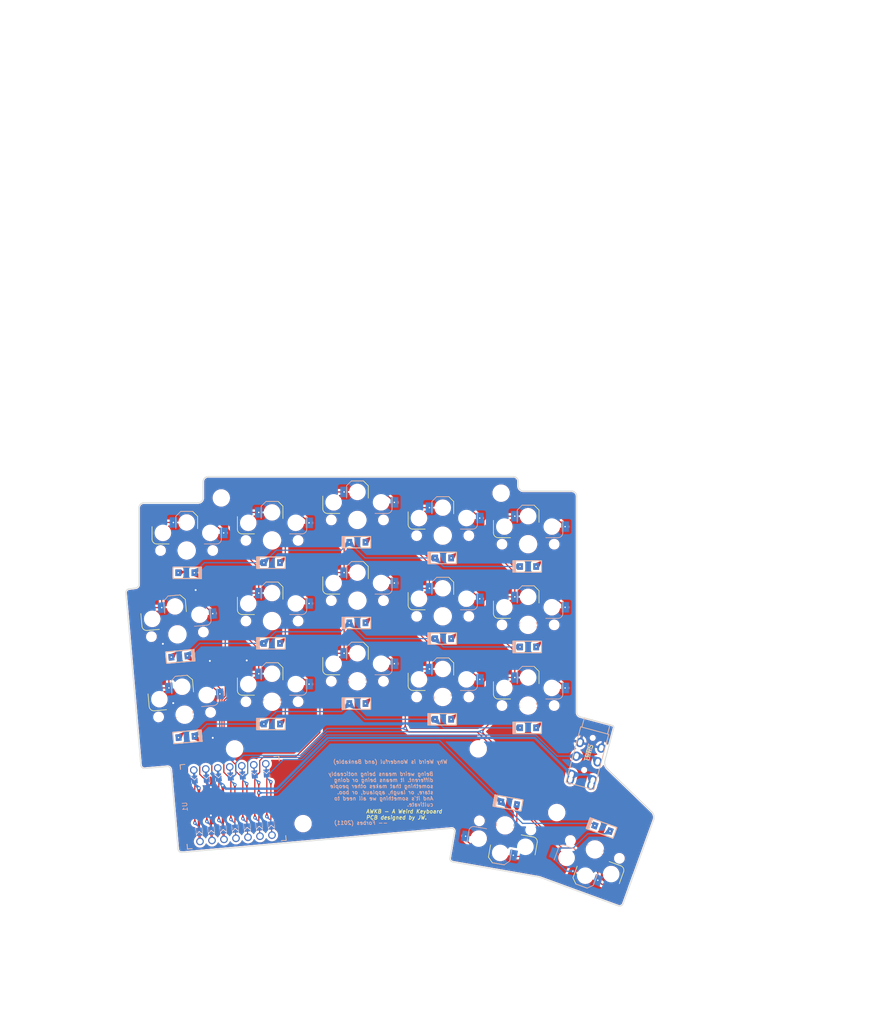
<source format=kicad_pcb>
(kicad_pcb (version 20221018) (generator pcbnew)
  (layers (0 "F.Cu" signal) (31 "B.Cu" signal) (34 "B.Paste" user) (35 "F.Paste" user) (36 "B.SilkS" user "B.Silkscreen") (37 "F.SilkS" user "F.Silkscreen") (38 "B.Mask" user) (39 "F.Mask" user) (44 "Edge.Cuts" user))
  (net 0 "")
  (net 1 "row0")
  (net 2 "row1")
  (net 3 "row2")
  (net 4 "row3")
  (net 5 "Net-(D1-A)")
  (net 6 "Net-(D2-A)")
  (net 7 "Net-(D3-A)")
  (net 8 "Net-(D4-A)")
  (net 9 "Net-(D5-A)")
  (net 10 "Net-(D6-A)")
  (net 11 "GND")
  (net 12 "col0")
  (net 13 "col1")
  (net 14 "col2")
  (net 15 "col3")
  (net 16 "Net-(D7-A)")
  (net 17 "Net-(D8-A)")
  (net 18 "Net-(D9-A)")
  (net 19 "DATA")
  (net 20 "Net-(D10-A)")
  (net 21 "Net-(D11-A)")
  (net 22 "Net-(D12-A)")
  (net 23 "Net-(D13-A)")
  (net 24 "Net-(D14-A)")
  (net 25 "Net-(D15-A)")
  (net 26 "Net-(D16-A)")
  (net 27 "Net-(D17-A)")
  (net 28 "LED")
  (net 29 "RAW")
  (net 30 "col4")
  (net 31 "VCC")
  (footprint "jw_custom_footprint:Kailh_Choc_PG1350_Hotswap_reversible" (layer "F.Cu") (at 130.113328 107.786994)
    (fp_text reference "SW12" hide)
    (fp_text value "SW12" hide)
  )
  (footprint "jw_custom_footprint:Diode_SOD123_wo_THT" (layer "F.Cu") (at 166.19 111.488)
    (fp_text reference "D14")
    (fp_text value "D")
  )
  (footprint "jw_custom_footprint:Kailh_Choc_PG1350_Hotswap_reversible" (layer "F.Cu") (at 130.113328 90.787394)
    (fp_text reference "SW7" hide)
    (fp_text value "SW7" hide)
  )
  (footprint "MountingHole:MountingHole_3.2mm_M3" (layer "F.Cu") (at 178.4218 63.833186)
    (fp_text reference "TH1" hide)
    (fp_text value "HOLE")
  )
  (footprint "jw_custom_footprint:Diode_SOD123_wo_THT" (layer "F.Cu") (at 166.19 94.4876)
    (fp_text reference "D9")
    (fp_text value "D")
  )
  (footprint "jw_custom_footprint:Kailh_Choc_PG1350_Hotswap_reversible" (layer "F.Cu") (at 179.259917 133.849177 170)
    (fp_text reference "SW16" hide)
    (fp_text value "SW16" hide)
  )
  (footprint "jw_custom_footprint:Kailh_Choc_PG1350_Hotswap_reversible" (layer "F.Cu") (at 112.113128 75.911104)
    (fp_text reference "SW1" hide)
    (fp_text value "SW1" hide)
  )
  (footprint "jw_custom_footprint:Kailh_Choc_PG1350_Hotswap_reversible" (layer "F.Cu") (at 110.163412 93.585141 5)
    (fp_text reference "SW6" hide)
    (fp_text value "SW6" hide)
  )
  (footprint "jw_custom_footprint:Diode_SOD123_wo_THT" (layer "F.Cu") (at 130.09 112.4874)
    (fp_text reference "D12" hide)
    (fp_text value "D")
  )
  (footprint "jw_custom_footprint:Diode_SOD123_wo_THT" (layer "F.Cu") (at 166.19 77.48764)
    (fp_text reference "D4")
    (fp_text value "D")
  )
  (footprint "MountingHole:MountingHole_3.2mm_M3" (layer "F.Cu") (at 173.5958 117.731986)
    (fp_text reference "TH4" hide)
    (fp_text value "HOLE")
  )
  (footprint "jw_custom_footprint:Diode_SOD123_wo_THT" (layer "F.Cu") (at 184.113 96.243586)
    (fp_text reference "D10")
    (fp_text value "D")
  )
  (footprint "jw_custom_footprint:Diode_SOD123_wo_THT" (layer "F.Cu") (at 148.113102 74.17744)
    (fp_text reference "D3")
    (fp_text value "D")
  )
  (footprint "jw_custom_footprint:Diode_SOD123_wo_THT" (layer "F.Cu") (at 184.113 113.287)
    (fp_text reference "D15")
    (fp_text value "D")
  )
  (footprint "MountingHole:MountingHole_3.2mm_M3" (layer "F.Cu") (at 136.6642 133.479986)
    (fp_text reference "TH3" hide)
    (fp_text value "HOLE")
  )
  (footprint "jw_custom_footprint:Kailh_Choc_PG1350_Hotswap_reversible" (layer "F.Cu") (at 198.196291 138.914075 160)
    (fp_text reference "SW17" hide)
    (fp_text value "SW17" hide)
  )
  (footprint "jw_custom_footprint:Xiao THT jumper pad_flipped" (layer "F.Cu") (at 121.696502 129.05677 95)
    (fp_text reference "U1" hide)
    (fp_text value "SeeeduinoXIAO")
  )
  (footprint "jw_custom_footprint:Diode_SOD123_wo_THT" (layer "F.Cu") (at 184.113 79.2872)
    (fp_text reference "D5")
    (fp_text value "D")
  )
  (footprint "jw_custom_footprint:Kailh_Choc_PG1350_Hotswap_reversible" (layer "F.Cu") (at 148.112728 103.477194)
    (fp_text reference "SW13" hide)
    (fp_text value "SW13" hide)
  )
  (footprint "MountingHole:MountingHole_3.2mm_M3" (layer "F.Cu") (at 190.1566 131.143186)
    (fp_text reference "TH5" hide)
    (fp_text value "HOLE")
  )
  (footprint "jw_custom_footprint:Diode_SOD123_wo_THT" (layer "F.Cu") (at 199.784612 134.470992 -20)
    (fp_text reference "D17")
    (fp_text value "D")
  )
  (footprint "jw_custom_footprint:Kailh_Choc_PG1350_Hotswap_reversible" (layer "F.Cu") (at 166.112928 72.787234)
    (fp_text reference "SW4" hide)
    (fp_text value "SW4" hide)
  )
  (footprint "jw_custom_footprint:Kailh_Choc_PG1350_Hotswap_reversible" (layer "F.Cu") (at 130.113328 73.787794)
    (fp_text reference "SW2" hide)
    (fp_text value "SW2" hide)
  )
  (footprint "jw_custom_footprint:Kailh_Choc_PG1350_Hotswap_reversible" (layer "F.Cu") (at 184.112626 74.586794)
    (fp_text reference "SW5" hide)
    (fp_text value "SW5" hide)
  )
  (footprint "jw_custom_footprint:Diode_SOD123_wo_THT" (layer "F.Cu") (at 180.061414 129.170876 -10)
    (fp_text reference "D16")
    (fp_text value "D")
  )
  (footprint "jw_custom_footprint:Diode_SOD123_wo_THT" (layer "F.Cu") (at 112.085269 115.194351 -175)
    (fp_text reference "D11")
    (fp_text value "D" hide)
  )
  (footprint "jw_custom_footprint:Diode_SOD123_wo_THT" (layer "F.Cu") (at 130.09 95.4878)
    (fp_text reference "D7")
    (fp_text value "D")
  )
  (footprint "jw_custom_footprint:Diode_SOD123_wo_THT" (layer "F.Cu") (at 110.573469 98.252551 -175)
    (fp_text reference "D6")
    (fp_text value "D")
  )
  (footprint "jw_custom_footprint:Diode_SOD123_wo_THT" (layer "F.Cu") (at 130.09 78.4882)
    (fp_text reference "D2")
    (fp_text value "D")
  )
  (footprint "jw_custom_footprint:Kailh_Choc_PG1350_Hotswap_reversible" (layer "F.Cu") (at 166.112928 106.787594)
    (fp_text reference "SW14" hide)
    (fp_text value "SW14" hide)
  )
  (footprint "jw_custom_footprint:Diode_SOD123_wo_THT" (layer "F.Cu") (at 148.113102 108.1776)
    (fp_text reference "D13")
    (fp_text value "D")
  )
  (footprint "jw_custom_footprint:Diode_SOD123_wo_THT" (layer "F.Cu") (at 112.04 80.61151 180)
    (fp_text reference "D1")
    (fp_text value "D" hide)
  )
  (footprint "MountingHole:MountingHole_3.2mm_M3" (layer "F.Cu") (at 122.237 117.731986)
    (fp_text reference "TH6" hide)
    (fp_text value "HOLE")
  )
  (footprint "jw_custom_footprint:TRRS-PJ-DPB2_mod" (layer "F.Cu") (at 198.158802 113.865762 -15)
    (fp_text reference "J1")
    (fp_text value "4PIN" hide)
  )
  (footprint "jw_custom_footprint:Kailh_Choc_PG1350_Hotswap_reversible" (layer "F.Cu") (at 184.112626 108.586594)
    (fp_text reference "SW15" hide)
    (fp_text value "SW15" hide)
  )
  (footprint "jw_custom_footprint:Kailh_Choc_PG1350_Hotswap_reversible" (layer "F.Cu") (at 166.112928 89.787194)
    (fp_text reference "SW9" hide)
    (fp_text value "SW9" hide)
  )
  (footprint "jw_custom_footprint:Diode_SOD123_wo_THT" (layer "F.Cu") (at 148.113102 91.1774)
    (fp_text reference "D8")
    (fp_text value "D")
  )
  (footprint "jw_custom_footprint:Kailh_Choc_PG1350_Hotswap_reversible" (layer "F.Cu") (at 184.112626 91.586594)
    (fp_text reference "SW10" hide)
    (fp_text value "SW10" hide)
  )
  (footprint "jw_custom_image:square_1" (layer "F.Cu") (at 144.102873 128.863277 40)
    (fp_text reference "G***" hide)
    (fp_text value "LOGO" hide)
  )
  (footprint "jw_custom_footprint:Kailh_Choc_PG1350_Hotswap_reversible" (layer "F.Cu") (at 148.112728 69.477034)
    (fp_text reference "SW3" hide)
    (fp_text value "SW3" hide)
  )
  (footprint "MountingHole:MountingHole_3.2mm_M3" (layer "F.Cu") (at 119.4176 64.8396)
    (fp_text reference "TH2" hide)
    (fp_text value "HOLE")
  )
  (footprint "jw_custom_footprint:Kailh_Choc_PG1350_Hotswap_reversible" (layer "F.Cu") (at 148.112728 86.476994)
    (fp_text reference "SW8" hide)
    (fp_text value "SW8" hide)
  )
  (footprint "jw_custom_footprint:Kailh_Choc_PG1350_Hotswap_reversible" (layer "F.Cu") (at 111.677158 110.51284 5)
    (fp_text reference "SW11" hide)
    (fp_text value "SW11" hide)
  )
  (gr_line (start 115.573781 61.449586) (end 115.573781 64.747586) (stroke (width 0.15)) (layer "Edge.Cuts"))
  (gr_line (start 168.603729 135.15435) (end 167.6522 140.642786) (stroke (width 0.15)) (layer "Edge.Cuts"))
  (gr_line (start 200.3166 120.221186) (end 202.184557 113.288337) (stroke (width 0.15)) (layer "Edge.Cuts"))
  (gr_arc (start 167.957 134.445186) (mid 168.448853 134.646114) (end 168.603729 135.15435) (stroke (width 0.15)) (layer "Edge.Cuts"))
  (gr_line (start 99.288321 84.855419) (end 102.441568 121.121781) (stroke (width 0.15)) (layer "Edge.Cuts"))
  (gr_arc (start 115.573781 64.747586) (mid 115.264314 65.548044) (end 114.469085 65.87071) (stroke (width 0.15)) (layer "Edge.Cuts"))
  (gr_line (start 203.0598 150.802786) (end 186.499 144.757586) (stroke (width 0.15)) (layer "Edge.Cuts"))
  (gr_arc (start 193.253473 63.38151) (mid 194.053792 63.700933) (end 194.373378 64.501187) (stroke (width 0.15)) (layer "Edge.Cuts"))
  (gr_line (start 186.499 144.757586) (end 168.211 141.557186) (stroke (width 0.15)) (layer "Edge.Cuts"))
  (gr_line (start 200.7738 121.897586) (end 210.163492 130.951632) (stroke (width 0.15)) (layer "Edge.Cuts"))
  (gr_arc (start 183.1462 63.38151) (mid 182.350975 63.058848) (end 182.041504 62.258386) (stroke (width 0.15)) (layer "Edge.Cuts"))
  (gr_line (start 182.041504 62.258386) (end 182.041504 61.411128) (stroke (width 0.15)) (layer "Edge.Cuts"))
  (gr_arc (start 200.7738 121.897586) (mid 200.338277 121.115819) (end 200.3166 120.221186) (stroke (width 0.15)) (layer "Edge.Cuts"))
  (gr_line (start 101.409 83.817658) (end 99.9358 84.008387) (stroke (width 0.15)) (layer "Edge.Cuts"))
  (gr_line (start 108.8343 122.177772) (end 110.290456 138.811463) (stroke (width 0.15)) (layer "Edge.Cuts"))
  (gr_arc (start 103.2886 121.846786) (mid 102.705159 121.671125) (end 102.441568 121.121781) (stroke (width 0.15)) (layer "Edge.Cuts"))
  (gr_arc (start 115.573781 61.449586) (mid 115.883342 60.649564) (end 116.678477 60.3276) (stroke (width 0.15)) (layer "Edge.Cuts"))
  (gr_line (start 116.678477 60.3276) (end 181.0126 60.3276) (stroke (width 0.15)) (layer "Edge.Cuts"))
  (gr_arc (start 107.964113 121.437999) (mid 108.563102 121.615085) (end 108.8343 122.177772) (stroke (width 0.15)) (layer "Edge.Cuts"))
  (gr_arc (start 181.0126 60.3276) (mid 181.755709 60.652234) (end 182.041504 61.411128) (stroke (width 0.15)) (layer "Edge.Cuts"))
  (gr_arc (start 201.905157 112.780337) (mid 202.157961 112.97213) (end 202.184557 113.288337) (stroke (width 0.15)) (layer "Edge.Cuts"))
  (gr_line (start 103.2886 121.846786) (end 107.964113 121.437999) (stroke (width 0.15)) (layer "Edge.Cuts"))
  (gr_line (start 204.1774 150.294786) (end 210.620692 132.602632) (stroke (width 0.15)) (layer "Edge.Cuts"))
  (gr_line (start 201.905157 112.780337) (end 195.135 110.975586) (stroke (width 0.15)) (layer "Edge.Cuts"))
  (gr_arc (start 102.034333 66.931986) (mid 102.32083 66.199992) (end 103.0346 65.87071) (stroke (width 0.15)) (layer "Edge.Cuts"))
  (gr_arc (start 204.1774 150.294786) (mid 203.733854 150.802345) (end 203.0598 150.802786) (stroke (width 0.15)) (layer "Edge.Cuts"))
  (gr_arc (start 111.130757 139.553851) (mid 110.55316 139.360882) (end 110.290456 138.811463) (stroke (width 0.15)) (layer "Edge.Cuts"))
  (gr_arc (start 99.288321 84.855419) (mid 99.439036 84.299642) (end 99.9358 84.008387) (stroke (width 0.15)) (layer "Edge.Cuts"))
  (gr_arc (start 195.135 110.975586) (mid 194.575819 110.601221) (end 194.373 109.959586) (stroke (width 0.15)) (layer "Edge.Cuts"))
  (gr_line (start 102.034333 66.931986) (end 102.034333 83.004858) (stroke (width 0.15)) (layer "Edge.Cuts"))
  (gr_arc (start 210.163492 130.951632) (mid 210.620279 131.713942) (end 210.620692 132.602632) (stroke (width 0.15)) (layer "Edge.Cuts"))
  (gr_arc (start 168.211 141.557186) (mid 167.726099 141.225558) (end 167.6522 140.642786) (stroke (width 0.15)) (layer "Edge.Cuts"))
  (gr_arc (start 102.034333 83.004858) (mid 101.869227 83.524786) (end 101.409 83.817658) (stroke (width 0.15)) (layer "Edge.Cuts"))
  (gr_line (start 111.130757 139.553851) (end 167.957 134.445186) (stroke (width 0.15)) (layer "Edge.Cuts"))
  (gr_line (start 183.1462 63.38151) (end 193.253473 63.38151) (stroke (width 0.15)) (layer "Edge.Cuts"))
  (gr_line (start 194.373 64.501187) (end 194.373 109.959586) (stroke (width 0.15)) (layer "Edge.Cuts"))
  (gr_line (start 114.469085 65.87071) (end 103.0346 65.87071) (stroke (width 0.15)) (layer "Edge.Cuts"))
  (gr_text "Why Weird is Wonderful (and Bankable)\n\n	Being weird means being noticeably \n	different. It means being or doing \n	something that makes other people \n	stare, or laugh, applaud, or boo. \n	And it's something we all need to \n	cultivate.\n\n\n				-- Forbes (2011)" (at 167.2458 133.784786) (layer "B.SilkS") (effects (font (size 0.8 0.8) (thickness 0.15) bold italic) (justify left bottom mirror)))
  (gr_text "AWKB - A Weird Keyboard\nPCB designed by JW." (at 149.8722 131.549586) (layer "F.SilkS") (effects (font (size 0.8 0.8) (thickness 0.15) italic) (justify left)))
  (segment (start 119.5518 107.311296) (end 119.5518 118.781982) (width 0.25) (layer "F.Cu") (net 1))
  (segment (start 120.25 106.613096) (end 119.5518 107.311296) (width 0.25) (layer "F.Cu") (net 1))
  (segment (start 119.9595 119.189682) (end 119.9595 122.667051) (width 0.25) (layer "F.Cu") (net 1))
  (segment (start 121.4327 124.140251) (end 121.426425 124.133976) (width 0.25) (layer "F.Cu") (net 1))
  (segment (start 119.5518 118.781982) (end 119.9595 119.189682) (width 0.25) (layer "F.Cu") (net 1))
  (segment (start 120.25 87.12151) (end 120.25 106.613096) (width 0.25) (layer "F.Cu") (net 1))
  (segment (start 121.4327 132.591772) (end 121.4327 124.140251) (width 0.25) (layer "F.Cu") (net 1))
  (segment (start 113.74 80.61151) (end 120.25 87.12151) (width 0.25) (layer "F.Cu") (net 1))
  (segment (start 119.9595 122.667051) (end 121.426425 124.133976) (width 0.25) (layer "F.Cu") (net 1))
  (via (at 128.39 78.4882) (size 0.7) (drill 0.3) (layers "F.Cu" "B.Cu") (net 1))
  (via (at 113.74 80.61151) (size 0.7) (drill 0.3) (layers "F.Cu" "B.Cu") (net 1))
  (via (at 146.413102 74.17744) (size 0.7) (drill 0.3) (layers "F.Cu" "B.Cu") (net 1))
  (via (at 164.49 77.48764) (size 0.7) (drill 0.3) (layers "F.Cu" "B.Cu") (net 1))
  (via (at 121.4327 132.591772) (size 0.7) (drill 0.3) (layers "F.Cu" "B.Cu") (net 1))
  (via (at 182.413 79.2872) (size 0.7) (drill 0.3) (layers "F.Cu" "B.Cu") (net 1))
  (segment (start 144.727748 75.862794) (end 131.015406 75.862794) (width 0.25) (layer "B.Cu") (net 1))
  (segment (start 164.49 77.48764) (end 149.723302 77.48764) (width 0.25) (layer "B.Cu") (net 1))
  (segment (start 149.723302 77.48764) (end 146.413102 74.17744) (width 0.25) (layer "B.Cu") (net 1))
  (segment (start 128.39 78.4882) (end 115.86331 78.4882) (width 0.25) (layer "B.Cu") (net 1))
  (segment (start 121.4327 132.591772) (end 122.285362 133.444434) (width 0.25) (layer "B.Cu") (net 1))
  (segment (start 122.285362 133.444434) (end 122.285362 133.951674) (width 0.25) (layer "B.Cu") (net 1))
  (segment (start 166.28956 79.2872) (end 164.49 77.48764) (width 0.25) (layer "B.Cu") (net 1))
  (segment (start 146.413102 74.17744) (end 144.727748 75.862794) (width 0.25) (layer "B.Cu") (net 1))
  (segment (start 131.015406 75.862794) (end 128.39 78.4882) (width 0.25) (layer "B.Cu") (net 1))
  (segment (start 115.86331 78.4882) (end 113.74 80.61151) (width 0.25) (layer "B.Cu") (net 1))
  (segment (start 182.413 79.2872) (end 166.28956 79.2872) (width 0.25) (layer "B.Cu") (net 1))
  (segment (start 119.8 106.4267) (end 119.8 105.637386) (width 0.25) (layer "F.Cu") (net 2))
  (segment (start 118.89609 124.355352) (end 117.4195 122.878762) (width 0.25) (layer "F.Cu") (net 2))
  (segment (start 119.1018 107.1249) (end 119.8 106.4267) (width 0.25) (layer "F.Cu") (net 2))
  (segment (start 118.89609 132.794972) (end 118.89609 124.355352) (width 0.25) (layer "F.Cu") (net 2))
  (segment (start 119.1018 119.089186) (end 119.1018 107.1249) (width 0.25) (layer "F.Cu") (net 2))
  (segment (start 117.4195 122.878762) (end 117.4195 120.771486) (width 0.25) (layer "F.Cu") (net 2))
  (segment (start 119.8 105.637386) (end 112.267 98.104386) (width 0.25) (layer "F.Cu") (net 2))
  (segment (start 117.4195 120.771486) (end 119.1018 119.089186) (width 0.25) (layer "F.Cu") (net 2))
  (via (at 146.413102 91.1774) (size 0.7) (drill 0.3) (layers "F.Cu" "B.Cu") (net 2))
  (via (at 112.267 98.104386) (size 0.7) (drill 0.3) (layers "F.Cu" "B.Cu") (net 2))
  (via (at 118.89609 132.794972) (size 0.7) (drill 0.3) (layers "F.Cu" "B.Cu") (net 2))
  (via (at 128.39 95.4878) (size 0.7) (drill 0.3) (layers "F.Cu" "B.Cu") (net 2))
  (via (at 164.49 94.4876) (size 0.7) (drill 0.3) (layers "F.Cu" "B.Cu") (net 2))
  (via (at 182.413 96.243586) (size 0.7) (drill 0.3) (layers "F.Cu" "B.Cu") (net 2))
  (segment (start 114.883586 95.4878) (end 128.39 95.4878) (width 0.25) (layer "B.Cu") (net 2))
  (segment (start 112.267 98.104386) (end 114.883586 95.4878) (width 0.25) (layer "B.Cu") (net 2))
  (segment (start 149.723302 94.4876) (end 164.49 94.4876) (width 0.25) (layer "B.Cu") (net 2))
  (segment (start 166.245986 96.243586) (end 182.413 96.243586) (width 0.25) (layer "B.Cu") (net 2))
  (segment (start 182.1874 96.469186) (end 182.413 96.243586) (width 0.25) (layer "B.Cu") (net 2))
  (segment (start 164.49 94.4876) (end 166.245986 96.243586) (width 0.25) (layer "B.Cu") (net 2))
  (segment (start 118.89609 132.794972) (end 119.755027 133.653909) (width 0.25) (layer "B.Cu") (net 2))
  (segment (start 128.39 95.4878) (end 130.834614 93.043186) (width 0.25) (layer "B.Cu") (net 2))
  (segment (start 144.547316 93.043186) (end 146.413102 91.1774) (width 0.25) (layer "B.Cu") (net 2))
  (segment (start 119.755027 133.653909) (end 119.755027 134.17305) (width 0.25) (layer "B.Cu") (net 2))
  (segment (start 146.413102 91.1774) (end 149.723302 94.4876) (width 0.25) (layer "B.Cu") (net 2))
  (segment (start 130.834614 93.043186) (end 144.547316 93.043186) (width 0.25) (layer "B.Cu") (net 2))
  (segment (start 114.8795 123.090472) (end 116.365755 124.576727) (width 0.25) (layer "F.Cu") (net 3))
  (segment (start 113.7788 115.046186) (end 114.8795 116.146886) (width 0.25) (layer "F.Cu") (net 3))
  (segment (start 114.8795 116.146886) (end 114.8795 123.090472) (width 0.25) (layer "F.Cu") (net 3))
  (segment (start 116.365755 133.035917) (end 116.365755 124.576727) (width 0.25) (layer "F.Cu") (net 3))
  (via (at 116.365755 133.035917) (size 0.7) (drill 0.3) (layers "F.Cu" "B.Cu") (net 3))
  (via (at 128.39 112.4874) (size 0.7) (drill 0.3) (layers "F.Cu" "B.Cu") (net 3))
  (via (at 113.7788 115.046186) (size 0.7) (drill 0.3) (layers "F.Cu" "B.Cu") (net 3))
  (via (at 146.413102 108.1776) (size 0.7) (drill 0.3) (layers "F.Cu" "B.Cu") (net 3))
  (via (at 182.413 113.287) (size 0.7) (drill 0.3) (layers "F.Cu" "B.Cu") (net 3))
  (via (at 164.49 111.488) (size 0.7) (drill 0.3) (layers "F.Cu" "B.Cu") (net 3))
  (segment (start 164.49 111.488) (end 149.723502 111.488) (width 0.25) (layer "B.Cu") (net 3))
  (segment (start 117.224693 133.894855) (end 117.224693 134.394425) (width 0.25) (layer "B.Cu") (net 3))
  (segment (start 144.728708 109.861994) (end 131.015406 109.861994) (width 0.25) (layer "B.Cu") (net 3))
  (segment (start 116.337586 112.4874) (end 113.7788 115.046186) (width 0.25) (layer "B.Cu") (net 3))
  (segment (start 146.413102 108.1776) (end 144.728708 109.861994) (width 0.25) (layer "B.Cu") (net 3))
  (segment (start 182.413 113.287) (end 166.289 113.287) (width 0.25) (layer "B.Cu") (net 3))
  (segment (start 116.365755 133.035917) (end 117.224693 133.894855) (width 0.25) (layer "B.Cu") (net 3))
  (segment (start 149.723502 111.488) (end 146.413102 108.1776) (width 0.25) (layer "B.Cu") (net 3))
  (segment (start 131.015406 109.861994) (end 128.39 112.4874) (width 0.25) (layer "B.Cu") (net 3))
  (segment (start 166.289 113.287) (end 164.49 111.488) (width 0.25) (layer "B.Cu") (net 3))
  (segment (start 128.39 112.4874) (end 116.337586 112.4874) (width 0.25) (layer "B.Cu") (net 3))
  (segment (start 127.3255 126.990472) (end 127.3255 124.819372) (width 0.25) (layer "F.Cu") (net 4))
  (segment (start 127.3255 133.488392) (end 127.346031 133.508923) (width 0.25) (layer "F.Cu") (net 4))
  (segment (start 127.3255 126.990472) (end 127.3255 133.488392) (width 0.25) (layer "F.Cu") (net 4))
  (via (at 127.3255 126.990472) (size 0.7) (drill 0.3) (layers "F.Cu" "B.Cu") (net 4))
  (via (at 178.387241 128.875674) (size 0.7) (drill 0.3) (layers "F.Cu" "B.Cu") (net 4))
  (via (at 198.187135 133.889558) (size 0.7) (drill 0.3) (layers "F.Cu" "B.Cu") (net 4))
  (via (at 127.3255 124.819372) (size 0.7) (drill 0.3) (layers "F.Cu" "B.Cu") (net 4))
  (segment (start 127.3255 126.990472) (end 131.063686 126.990472) (width 0.25) (layer "B.Cu") (net 4))
  (segment (start 131.063686 126.990472) (end 142.083972 115.970186) (width 0.25) (layer "B.Cu") (net 4))
  (segment (start 142.083972 115.970186) (end 165.481753 115.970186) (width 0.25) (layer "B.Cu") (net 4))
  (segment (start 197.719012 133.421435) (end 198.187135 133.889558) (width 0.25) (layer "B.Cu") (net 4))
  (segment (start 182.933002 133.421435) (end 178.387241 128.875674) (width 0.25) (layer "B.Cu") (net 4))
  (segment (start 126.487094 123.980966) (end 126.487094 123.691225) (width 0.25) (layer "B.Cu") (net 4))
  (segment (start 182.933002 133.421435) (end 197.719012 133.421435) (width 0.25) (layer "B.Cu") (net 4))
  (segment (start 127.3255 124.819372) (end 126.487094 123.980966) (width 0.25) (layer "B.Cu") (net 4))
  (segment (start 165.481753 115.970186) (end 178.387241 128.875674) (width 0.25) (layer "B.Cu") (net 4))
  (segment (start 114.913128 76.897458) (end 111.199076 80.61151) (width 0.25) (layer "F.Cu") (net 5))
  (segment (start 114.913128 70.011104) (end 114.913128 76.897458) (width 0.25) (layer "F.Cu") (net 5))
  (segment (start 117.713128 70.011104) (end 119.913128 72.211104) (width 0.25) (layer "F.Cu") (net 5))
  (segment (start 114.913128 70.011104) (end 117.713128 70.011104) (width 0.25) (layer "F.Cu") (net 5))
  (segment (start 111.199076 80.61151) (end 110.34 80.61151) (width 0.25) (layer "F.Cu") (net 5))
  (via (at 119.913128 72.211104) (size 0.7) (drill 0.3) (layers "F.Cu" "B.Cu") (net 5))
  (via (at 110.34 80.61151) (size 0.7) (drill 0.3) (layers "F.Cu" "B.Cu") (net 5))
  (segment (start 132.913328 67.887794) (end 132.913328 77.364872) (width 0.25) (layer "F.Cu") (net 6))
  (segment (start 132.913328 67.887794) (end 135.713328 67.887794) (width 0.25) (layer "F.Cu") (net 6))
  (segment (start 135.713328 67.887794) (end 137.913328 70.087794) (width 0.25) (layer "F.Cu") (net 6))
  (segment (start 132.913328 77.364872) (end 131.79 78.4882) (width 0.25) (layer "F.Cu") (net 6))
  (via (at 131.79 78.4882) (size 0.7) (drill 0.3) (layers "F.Cu" "B.Cu") (net 6))
  (via (at 137.913328 70.087794) (size 0.7) (drill 0.3) (layers "F.Cu" "B.Cu") (net 6))
  (segment (start 150.912728 73.077814) (end 149.813102 74.17744) (width 0.25) (layer "F.Cu") (net 7))
  (segment (start 153.712728 63.577034) (end 155.912728 65.777034) (width 0.25) (layer "F.Cu") (net 7))
  (segment (start 150.912728 63.577034) (end 150.912728 73.077814) (width 0.25) (layer "F.Cu") (net 7))
  (segment (start 150.912728 63.577034) (end 153.712728 63.577034) (width 0.25) (layer "F.Cu") (net 7))
  (via (at 155.912728 65.777034) (size 0.7) (drill 0.3) (layers "F.Cu" "B.Cu") (net 7))
  (via (at 149.813102 74.17744) (size 0.7) (drill 0.3) (layers "F.Cu" "B.Cu") (net 7))
  (segment (start 168.912928 66.887234) (end 168.912928 76.464712) (width 0.25) (layer "F.Cu") (net 8))
  (segment (start 171.712928 66.887234) (end 173.912928 69.087234) (width 0.25) (layer "F.Cu") (net 8))
  (segment (start 168.912928 66.887234) (end 171.712928 66.887234) (width 0.25) (layer "F.Cu") (net 8))
  (segment (start 168.912928 76.464712) (end 167.89 77.48764) (width 0.25) (layer "F.Cu") (net 8))
  (via (at 173.912928 69.087234) (size 0.7) (drill 0.3) (layers "F.Cu" "B.Cu") (net 8))
  (via (at 167.89 77.48764) (size 0.7) (drill 0.3) (layers "F.Cu" "B.Cu") (net 8))
  (segment (start 189.712626 68.686794) (end 191.912626 70.886794) (width 0.25) (layer "F.Cu") (net 9))
  (segment (start 186.912626 78.187574) (end 185.813 79.2872) (width 0.25) (layer "F.Cu") (net 9))
  (segment (start 186.912626 68.686794) (end 189.712626 68.686794) (width 0.25) (layer "F.Cu") (net 9))
  (segment (start 186.912626 68.686794) (end 186.912626 78.187574) (width 0.25) (layer "F.Cu") (net 9))
  (via (at 185.813 79.2872) (size 0.7) (drill 0.3) (layers "F.Cu" "B.Cu") (net 9))
  (via (at 191.912626 70.886794) (size 0.7) (drill 0.3) (layers "F.Cu" "B.Cu") (net 9))
  (segment (start 112.438538 87.463556) (end 112.438538 94.842116) (width 0.25) (layer "F.Cu") (net 10))
  (segment (start 115.855404 87.463556) (end 117.611254 89.219406) (width 0.25) (layer "F.Cu") (net 10))
  (segment (start 112.438538 87.463556) (end 115.855404 87.463556) (width 0.25) (layer "F.Cu") (net 10))
  (segment (start 112.438538 94.842116) (end 108.879938 98.400716) (width 0.25) (layer "F.Cu") (net 10))
  (via (at 117.611254 89.219406) (size 0.7) (drill 0.3) (layers "F.Cu" "B.Cu") (net 10))
  (via (at 108.879938 98.400716) (size 0.7) (drill 0.3) (layers "F.Cu" "B.Cu") (net 10))
  (segment (start 117.224693 134.394425) (end 117.224693 125.792965) (width 0.5) (layer "F.Cu") (net 11))
  (segment (start 117.224693 125.792965) (end 117.2163 125.784572) (width 0.5) (layer "F.Cu") (net 11))
  (via (at 117.2163 125.784572) (size 0.8) (drill 0.4) (layers "F.Cu" "B.Cu") (net 11))
  (via (at 117.6142 115.395186) (size 0.8) (drill 0.4) (layers "F.Cu" "B.Cu") (net 11))
  (via (at 114.0074 84.254786) (size 0.8) (drill 0.4) (layers "F.Cu" "B.Cu") (net 11))
  (via (at 117.2163 131.752786) (size 0.8) (drill 0.4) (layers "F.Cu" "B.Cu") (net 11))
  (via (at 124.777 99.088386) (size 0.8) (drill 0.4) (layers "F.Cu" "B.Cu") (net 11))
  (via (at 117.0046 99.189986) (size 0.8) (drill 0.4) (layers "F.Cu" "B.Cu") (net 11))
  (via (at 109.283 108.079986) (size 0.8) (drill 0.4) (layers "F.Cu" "B.Cu") (net 11))
  (via (at 107.0986 95.583186) (size 0.8) (drill 0.4) (layers "F.Cu" "B.Cu") (net 11))
  (segment (start 117.2163 125.784572) (end 116.365755 124.934027) (width 0.5) (layer "B.Cu") (net 11))
  (segment (start 116.365755 124.934027) (end 116.365755 124.576727) (width 0.5) (layer "B.Cu") (net 11))
  (segment (start 112.2887 119.416886) (end 103.484744 110.61293) (width 0.25) (layer "F.Cu") (net 12))
  (segment (start 101.970998 89.483549) (end 103.502919 87.951628) (width 0.25) (layer "F.Cu") (net 12))
  (segment (start 101.970998 93.757584) (end 108.373594 100.16018) (width 0.25) (layer "F.Cu") (net 12))
  (segment (start 105.016665 104.879327) (end 108.373594 104.879327) (width 0.25) (layer "F.Cu") (net 12))
  (segment (start 101.970998 90.587751) (end 101.970998 89.483549) (width 0.25) (layer "F.Cu") (net 12))
  (segment (start 103.484744 110.61293) (end 103.484744 107.51545) (width 0.25) (layer "F.Cu") (net 12))
  (segment (start 104.213128 76.086114) (end 106.859848 78.732834) (width 0.25) (layer "F.Cu") (net 12))
  (segment (start 113.835421 133.353772) (end 113.835421 124.798103) (width 0.25) (layer "F.Cu") (net 12))
  (segment (start 101.970998 90.587751) (end 101.970998 93.757584) (width 0.25) (layer "F.Cu") (net 12))
  (segment (start 103.484744 106.411248) (end 105.016665 104.879327) (width 0.25) (layer "F.Cu") (net 12))
  (segment (start 106.859848 78.732834) (end 106.859848 87.951628) (width 0.25) (layer "F.Cu") (net 12))
  (segment (start 108.373594 100.16018) (end 108.373594 104.879327) (width 0.25) (layer "F.Cu") (net 12))
  (segment (start 104.213128 72.211104) (end 104.213128 76.086114) (width 0.25) (layer "F.Cu") (net 12))
  (segment (start 104.213128 72.211104) (end 106.413128 70.011104) (width 0.25) (layer "F.Cu") (net 12))
  (segment (start 112.2887 123.251382) (end 112.2887 119.416886) (width 0.25) (layer "F.Cu") (net 12))
  (segment (start 103.502919 87.951628) (end 106.859848 87.951628) (width 0.25) (layer "F.Cu") (net 12))
  (segment (start 106.413128 70.011104) (end 109.313128 70.011104) (width 0.25) (layer "F.Cu") (net 12))
  (segment (start 103.484744 107.51545) (end 103.484744 106.411248) (width 0.25) (layer "F.Cu") (net 12))
  (segment (start 113.835421 124.798103) (end 112.2887 123.251382) (width 0.25) (layer "F.Cu") (net 12))
  (via (at 108.373594 104.879327) (size 0.7) (drill 0.3) (layers "F.Cu" "B.Cu") (net 12))
  (via (at 113.835421 133.353772) (size 0.7) (drill 0.3) (layers "F.Cu" "B.Cu") (net 12))
  (via (at 106.859848 87.951628) (size 0.7) (drill 0.3) (layers "F.Cu" "B.Cu") (net 12))
  (via (at 109.313128 70.011104) (size 0.7) (drill 0.3) (layers "F.Cu" "B.Cu") (net 12))
  (segment (start 114.694358 134.212709) (end 114.694358 134.615801) (width 0.25) (layer "B.Cu") (net 12))
  (segment (start 113.835421 133.353772) (end 114.694358 134.212709) (width 0.25) (layer "B.Cu") (net 12))
  (segment (start 120.0018 118.595586) (end 122.4402 121.033986) (width 0.25) (layer "F.Cu") (net 13))
  (segment (start 122.213328 70.087794) (end 124.413328 67.887794) (width 0.25) (layer "F.Cu") (net 13))
  (segment (start 127.313328 96.747914) (end 127.313328 101.886994) (width 0.25) (layer "F.Cu") (net 13))
  (segment (start 120.7 106.799492) (end 120.0018 107.497692) (width 0.25) (layer "F.Cu") (net 13))
  (segment (start 124.413328 101.886994) (end 127.313328 101.886994) (width 0.25) (layer "F.Cu") (net 13))
  (segment (start 124.413328 67.887794) (end 127.313328 67.887794) (width 0.25) (layer "F.Cu") (net 13))
  (segment (start 122.213328 91.647914) (end 127.313328 96.747914) (width 0.25) (layer "F.Cu") (net 13))
  (segment (start 127.313328 79.577514) (end 127.313328 84.887394) (width 0.25) (layer "F.Cu") (net 13))
  (segment (start 123.956759 132.439372) (end 123.956759 123.912601) (width 0.25) (layer "F.Cu") (net 13))
  (segment (start 122.213328 87.087394) (end 124.413328 84.887394) (width 0.25) (layer "F.Cu") (net 13))
  (segment (start 122.4402 121.033986) (end 122.4402 122.396042) (width 0.25) (layer "F.Cu") (net 13))
  (segment (start 122.213328 104.086994) (end 122.213328 104.395258) (width 0.25) (layer "F.Cu") (net 13))
  (segment (start 122.213328 104.086994) (end 124.413328 101.886994) (width 0.25) (layer "F.Cu") (net 13))
  (segment (start 120.7 105.908586) (end 120.7 106.799492) (width 0.25) (layer "F.Cu") (net 13))
  (segment (start 122.213328 87.087394) (end 122.213328 91.647914) (width 0.25) (layer "F.Cu") (net 13))
  (segment (start 124.413328 84.887394) (end 127.313328 84.887394) (width 0.25) (layer "F.Cu") (net 13))
  (segment (start 122.4402 122.396042) (end 123.956759 123.912601) (width 0.25) (layer "F.Cu") (net 13))
  (segment (start 122.213328 70.087794) (end 122.213328 74.477514) (width 0.25) (layer "F.Cu") (net 13))
  (segment (start 120.0018 107.497692) (end 120.0018 118.595586) (width 0.25) (layer "F.Cu") (net 13))
  (segment (start 122.213328 74.477514) (end 127.313328 79.577514) (width 0.25) (layer "F.Cu") (net 13))
  (segment (start 122.213328 104.395258) (end 120.7 105.908586) (width 0.25) (layer "F.Cu") (net 13))
  (via (at 127.313328 67.887794) (size 0.7) (drill 0.3) (layers "F.Cu" "B.Cu") (net 13))
  (via (at 127.313328 101.886994) (size 0.7) (drill 0.3) (layers "F.Cu" "B.Cu") (net 13))
  (via (at 127.313328 84.887394) (size 0.7) (drill 0.3) (layers "F.Cu" "B.Cu") (net 13))
  (via (at 123.956759 132.439372) (size 0.7) (drill 0.3) (layers "F.Cu" "B.Cu") (net 13))
  (segment (start 124.815696 133.298309) (end 124.815696 133.730298) (width 0.25) (layer "B.Cu") (net 13))
  (segment (start 123.956759 132.439372) (end 124.815696 133.298309) (width 0.25) (layer "B.Cu") (net 13))
  (segment (start 140.212728 99.777194) (end 140.212728 114.285058) (width 0.25) (layer "F.Cu") (net 14))
  (segment (start 140.212728 99.777194) (end 142.412728 97.577194) (width 0.25) (layer "F.Cu") (net 14))
  (segment (start 142.412728 80.576994) (end 145.312728 80.576994) (width 0.25) (layer "F.Cu") (net 14))
  (segment (start 142.412728 97.577194) (end 145.312728 97.577194) (width 0.25) (layer "F.Cu") (net 14))
  (segment (start 126.487094 132.210566) (end 126.487094 123.691225) (width 0.25) (layer "F.Cu") (net 14))
  (segment (start 140.212728 65.777034) (end 142.412728 63.577034) (width 0.25) (layer "F.Cu") (net 14))
  (segment (start 140.212728 114.285058) (end 135.114014 119.383772) (width 0.25) (layer "F.Cu") (net 14))
  (segment (start 145.312728 75.478914) (end 145.312728 80.576994) (width 0.25) (layer "F.Cu") (net 14))
  (segment (start 127.5287 122.649619) (end 126.487094 123.691225) (width 0.25) (layer "F.Cu") (net 14))
  (segment (start 140.212728 82.776994) (end 142.412728 80.576994) (width 0.25) (layer "F.Cu") (net 14))
  (segment (start 140.212728 65.777034) (end 140.212728 70.378914) (width 0.25) (layer "F.Cu") (net 14))
  (segment (start 140.212728 82.776994) (end 140.212728 87.244514) (width 0.25) (layer "F.Cu") (net 14))
  (segment (start 127.5287 120.196572) (end 127.5287 122.649619) (width 0.25) (layer "F.Cu") (net 14))
  (segment (start 126.5127 132.236172) (end 126.487094 132.210566) (width 0.25) (layer "F.Cu") (net 14))
  (segment (start 142.412728 63.577034) (end 145.312728 63.577034) (width 0.25) (layer "F.Cu") (net 14))
  (segment (start 128.3415 119.383772) (end 127.5287 120.196572) (width 0.25) (layer "F.Cu") (net 14))
  (segment (start 140.212728 87.244514) (end 145.312728 92.344514) (width 0.25) (layer "F.Cu") (net 14))
  (segment (start 145.312728 92.344514) (end 145.312728 97.577194) (width 0.25) (layer "F.Cu") (net 14))
  (segment (start 135.114014 119.383772) (end 128.3415 119.383772) (width 0.25) (layer "F.Cu") (net 14))
  (segment (start 140.212728 70.378914) (end 145.312728 75.478914) (width 0.25) (layer "F.Cu") (net 14))
  (via (at 126.5127 132.236172) (size 0.7) (drill 0.3) (layers "F.Cu" "B.Cu") (net 14))
  (via (at 145.312728 63.577034) (size 0.7) (drill 0.3) (layers "F.Cu" "B.Cu") (net 14))
  (via (at 145.312728 80.576994) (size 0.7) (drill 0.3) (layers "F.Cu" "B.Cu") (net 14))
  (via (at 145.312728 97.577194) (size 0.7) (drill 0.3) (layers "F.Cu" "B.Cu") (net 14))
  (segment (start 127.346031 133.069503) (end 127.346031 133.508923) (width 0.25) (layer "B.Cu") (net 14))
  (segment (start 126.5127 132.236172) (end 127.346031 133.069503) (width 0.25) (layer "B.Cu") (net 14))
  (segment (start 158.212928 86.087194) (end 158.212928 90.512714) (width 0.25) (layer "F.Cu") (net 15))
  (segment (start 158.968528 114.175986) (end 173.3926 114.175986) (width 0.25) (layer "F.Cu") (net 15))
  (segment (start 158.212928 113.420386) (end 158.212928 103.087594) (width 0.25) (layer "F.Cu") (net 15))
  (segment (start 181.235882 140.388786) (end 180.992854 140.145758) (width 0.25) (layer "F.Cu") (net 15))
  (segment (start 158.212928 90.512714) (end 163.312928 95.612714) (width 0.25) (layer "F.Cu") (net 15))
  (segment (start 163.312928 78.747114) (end 163.312928 83.887194) (width 0.25) (layer "F.Cu") (net 15))
  (segment (start 186.3974 134.370382) (end 186.3974 138.864786) (width 0.25) (layer "F.Cu") (net 15))
  (segment (start 158.212928 73.647114) (end 163.312928 78.747114) (width 0.25) (layer "F.Cu") (net 15))
  (segment (start 158.212928 113.420386) (end 158.968528 114.175986) (width 0.25) (layer "F.Cu") (net 15))
  (segment (start 160.412928 83.887194) (end 163.312928 83.887194) (width 0.25) (layer "F.Cu") (net 15))
  (segment (start 158.212928 69.087234) (end 158.212928 73.647114) (width 0.25) (layer "F.Cu") (net 15))
  (segment (start 158.212928 103.087594) (end 160.412928 100.887594) (width 0.25) (layer "F.Cu") (net 15))
  (segment (start 173.3926 114.175986) (end 183.0954 123.878786) (width 0.25) (layer "F.Cu") (net 15))
  (segment (start 122.285362 125.276572) (end 122.285362 133.951674) (width 0.25) (layer "F.Cu") (net 15))
  (segment (start 183.0954 131.068382) (end 186.3974 134.370382) (width 0.25) (layer "F.Cu") (net 15))
  (segment (start 160.412928 100.887594) (end 163.312928 100.887594) (width 0.25) (layer "F.Cu") (net 15))
  (segment (start 183.0954 123.878786) (end 183.0954 131.068382) (width 0.25) (layer "F.Cu") (net 15))
  (segment (start 184.8734 140.388786) (end 181.235882 140.388786) (width 0.25) (layer "F.Cu") (net 15))
  (segment (start 160.412928 66.887234) (end 163.312928 66.887234) (width 0.25) (layer "F.Cu") (net 15))
  (segment (start 186.3974 138.864786) (end 184.8734 140.388786) (width 0.25) (layer "F.Cu") (net 15))
  (segment (start 158.212928 69.087234) (end 160.412928 66.887234) (width 0.25) (layer "F.Cu") (net 15))
  (segment (start 163.312928 95.612714) (end 163.312928 100.887594) (width 0.25) (layer "F.Cu") (net 15))
  (segment (start 158.212928 86.087194) (end 160.412928 83.887194) (width 0.25) (layer "F.Cu") (net 15))
  (via (at 163.312928 100.887594) (size 0.7) (drill 0.3) (layers "F.Cu" "B.Cu") (net 15))
  (via (at 163.312928 83.887194) (size 0.7) (drill 0.3) (layers "F.Cu" "B.Cu") (net 15))
  (via (at 158.212928 113.420386) (size 0.7) (drill 0.3) (layers "F.Cu" "B.Cu") (net 15))
  (via (at 180.992854 140.145758) (size 0.7) (drill 0.3) (layers "F.Cu" "B.Cu") (net 15))
  (via (at 122.285362 125.276572) (size 0.7) (drill 0.3) (layers "F.Cu" "B.Cu") (net 15))
  (via (at 163.312928 66.887234) (size 0.7) (drill 0.3) (layers "F.Cu" "B.Cu") (net 15))
  (segment (start 124.0671 119.086172) (end 122.4995 120.653772) (width 0.25) (layer "B.Cu") (net 15))
  (segment (start 122.4995 123.060901) (end 121.426425 124.133976) (width 0.25) (layer "B.Cu") (net 15))
  (segment (start 122.285362 125.276572) (end 121.426425 124.417635) (width 0.25) (layer "B.Cu") (net 15))
  (segment (start 121.426425 124.417635) (end 121.426425 124.133976) (width 0.25) (layer "B.Cu") (net 15))
  (segment (start 158.212928 113.420386) (end 141.734635 113.420386) (width 0.25) (layer "B.Cu") (net 15))
  (segment (start 122.4995 120.653772) (end 122.4995 123.060901) (width 0.25) (layer "B.Cu") (net 15))
  (segment (start 136.068849 119.086172) (end 124.0671 119.086172) (width 0.25) (layer "B.Cu") (net 15))
  (segment (start 141.734635 113.420386) (end 136.068849 119.086172) (width 0.25) (layer "B.Cu") (net 15))
  (segment (start 132.913328 84.887394) (end 132.913328 94.364472) (width 0.25) (layer "F.Cu") (net 16))
  (segment (start 135.713328 84.887394) (end 137.913328 87.087394) (width 0.25) (layer "F.Cu") (net 16))
  (segment (start 132.913328 84.887394) (end 135.713328 84.887394) (width 0.25) (layer "F.Cu") (net 16))
  (segment (start 132.913328 94.364472) (end 131.79 95.4878) (width 0.25) (layer "F.Cu") (net 16))
  (via (at 131.79 95.4878) (size 0.7) (drill 0.3) (layers "F.Cu" "B.Cu") (net 16))
  (via (at 137.913328 87.087394) (size 0.7) (drill 0.3) (layers "F.Cu" "B.Cu") (net 16))
  (segment (start 150.912728 90.077774) (end 149.813102 91.1774) (width 0.25) (layer "F.Cu") (net 17))
  (segment (start 150.912728 80.576994) (end 153.712728 80.576994) (width 0.25) (layer "F.Cu") (net 17))
  (segment (start 153.712728 80.576994) (end 155.912728 82.776994) (width 0.25) (layer "F.Cu") (net 17))
  (segment (start 150.912728 80.576994) (end 150.912728 90.077774) (width 0.25) (layer "F.Cu") (net 17))
  (via (at 149.813102 91.1774) (size 0.7) (drill 0.3) (layers "F.Cu" "B.Cu") (net 17))
  (via (at 155.912728 82.776994) (size 0.7) (drill 0.3) (layers "F.Cu" "B.Cu") (net 17))
  (segment (start 168.912928 83.887194) (end 171.712928 83.887194) (width 0.25) (layer "F.Cu") (net 18))
  (segment (start 168.912928 93.464672) (end 167.89 94.4876) (width 0.25) (layer "F.Cu") (net 18))
  (segment (start 171.712928 83.887194) (end 173.912928 86.087194) (width 0.25) (layer "F.Cu") (net 18))
  (segment (start 168.912928 83.887194) (end 168.912928 93.464672) (width 0.25) (layer "F.Cu") (net 18))
  (via (at 173.912928 86.087194) (size 0.7) (drill 0.3) (layers "F.Cu" "B.Cu") (net 18))
  (via (at 167.89 94.4876) (size 0.7) (drill 0.3) (layers "F.Cu" "B.Cu") (net 18))
  (segment (start 129.876365 124.677837) (end 129.8655 124.666972) (width 0.25) (layer "F.Cu") (net 19))
  (segment (start 129.876365 133.287547) (end 129.876365 124.677837) (width 0.25) (layer "F.Cu") (net 19))
  (via (at 129.8655 124.666972) (size 0.7) (drill 0.3) (layers "F.Cu" "B.Cu") (net 19))
  (segment (start 136.441641 119.986172) (end 132.501105 119.986172) (width 0.25) (layer "B.Cu") (net 19))
  (segment (start 132.501105 119.986172) (end 129.017428 123.469849) (width 0.25) (layer "B.Cu") (net 19))
  (segment (start 194.29834 119.270772) (end 197.596739 119.270772) (width 0.25) (layer "B.Cu") (net 19))
  (segment (start 141.607627 114.820186) (end 136.441641 119.986172) (width 0.25) (layer "B.Cu") (net 19))
  (segment (start 194.29834 119.270772) (end 190.212532 119.270772) (width 0.25) (layer "B.Cu") (net 19))
  (segment (start 197.596739 119.270772) (end 198.775753 120.449786) (width 0.25) (layer "B.Cu") (net 19))
  (segment (start 185.761947 114.820186) (end 141.607627 114.820186) (width 0.25) (layer "B.Cu") (net 19))
  (segment (start 129.017428 123.8189) (end 129.017428 123.469849) (width 0.25) (layer "B.Cu") (net 19))
  (segment (start 129.8655 124.666972) (end 129.017428 123.8189) (width 0.25) (layer "B.Cu") (net 19))
  (segment (start 190.212532 119.270772) (end 185.761947 114.820186) (width 0.25) (layer "B.Cu") (net 19))
  (segment (start 189.712626 85.686594) (end 191.912626 87.886594) (width 0.25) (layer "F.Cu") (net 20))
  (segment (start 186.912626 85.686594) (end 189.712626 85.686594) (width 0.25) (layer "F.Cu") (net 20))
  (segment (start 186.912626 95.14396) (end 185.813 96.243586) (width 0.25) (layer "F.Cu") (net 20))
  (segment (start 186.912626 85.686594) (end 186.912626 95.14396) (width 0.25) (layer "F.Cu") (net 20))
  (via (at 185.813 96.243586) (size 0.7) (drill 0.3) (layers "F.Cu" "B.Cu") (net 20))
  (via (at 191.912626 87.886594) (size 0.7) (drill 0.3) (layers "F.Cu" "B.Cu") (net 20))
  (segment (start 113.952284 111.78197) (end 110.391738 115.342516) (width 0.25) (layer "F.Cu") (net 21))
  (segment (start 113.952284 104.391255) (end 117.36915 104.391255) (width 0.25) (layer "F.Cu") (net 21))
  (segment (start 117.36915 104.391255) (end 119.125 106.147105) (width 0.25) (layer "F.Cu") (net 21))
  (segment (start 113.952284 104.391255) (end 113.952284 111.78197) (width 0.25) (layer "F.Cu") (net 21))
  (via (at 119.125 106.147105) (size 0.7) (drill 0.3) (layers "F.Cu" "B.Cu") (net 21))
  (via (at 110.391738 115.342516) (size 0.7) (drill 0.3) (layers "F.Cu" "B.Cu") (net 21))
  (segment (start 132.913328 101.886994) (end 132.913328 111.364072) (width 0.25) (layer "F.Cu") (net 22))
  (segment (start 132.913328 101.886994) (end 135.713328 101.886994) (width 0.25) (layer "F.Cu") (net 22))
  (segment (start 135.713328 101.886994) (end 137.913328 104.086994) (width 0.25) (layer "F.Cu") (net 22))
  (segment (start 132.913328 111.364072) (end 131.79 112.4874) (width 0.25) (layer "F.Cu") (net 22))
  (via (at 131.79 112.4874) (size 0.7) (drill 0.3) (layers "F.Cu" "B.Cu") (net 22))
  (via (at 137.913328 104.086994) (size 0.7) (drill 0.3) (layers "F.Cu" "B.Cu") (net 22))
  (segment (start 150.912728 97.577194) (end 150.912728 107.077974) (width 0.25) (layer "F.Cu") (net 23))
  (segment (start 150.912728 107.077974) (end 149.813102 108.1776) (width 0.25) (layer "F.Cu") (net 23))
  (segment (start 150.912728 97.577194) (end 153.712728 97.577194) (width 0.25) (layer "F.Cu") (net 23))
  (segment (start 153.712728 97.577194) (end 155.912728 99.777194) (width 0.25) (layer "F.Cu") (net 23))
  (via (at 155.912728 99.777194) (size 0.7) (drill 0.3) (layers "F.Cu" "B.Cu") (net 23))
  (via (at 149.813102 108.1776) (size 0.7) (drill 0.3) (layers "F.Cu" "B.Cu") (net 23))
  (segment (start 171.712928 100.887594) (end 173.912928 103.087594) (width 0.25) (layer "F.Cu") (net 24))
  (segment (start 168.912928 110.465072) (end 167.89 111.488) (width 0.25) (layer "F.Cu") (net 24))
  (segment (start 168.912928 100.887594) (end 168.912928 110.465072) (width 0.25) (layer "F.Cu") (net 24))
  (segment (start 168.912928 100.887594) (end 171.712928 100.887594) (width 0.25) (layer "F.Cu") (net 24))
  (via (at 173.912928 103.087594) (size 0.7) (drill 0.3) (layers "F.Cu" "B.Cu") (net 24))
  (via (at 167.89 111.488) (size 0.7) (drill 0.3) (layers "F.Cu" "B.Cu") (net 24))
  (segment (start 189.712626 102.686594) (end 191.912626 104.886594) (width 0.25) (layer "F.Cu") (net 25))
  (segment (start 186.912626 102.686594) (end 186.912626 112.187374) (width 0.25) (layer "F.Cu") (net 25))
  (segment (start 186.912626 112.187374) (end 185.813 113.287) (width 0.25) (layer "F.Cu") (net 25))
  (segment (start 186.912626 102.686594) (end 189.712626 102.686594) (width 0.25) (layer "F.Cu") (net 25))
  (via (at 191.912626 104.886594) (size 0.7) (drill 0.3) (layers "F.Cu" "B.Cu") (net 25))
  (via (at 185.813 113.287) (size 0.7) (drill 0.3) (layers "F.Cu" "B.Cu") (net 25))
  (segment (start 173.294742 139.173328) (end 170.935918 136.814504) (width 0.25) (layer "F.Cu") (net 26))
  (segment (start 181.735587 129.466078) (end 181.735587 135.576399) (width 0.25) (layer "F.Cu") (net 26))
  (segment (start 175.477931 139.173328) (end 173.294742 139.173328) (width 0.25) (layer "F.Cu") (net 26))
  (segment (start 170.935918 136.814504) (end 170.935918 136.13851) (width 0.25) (layer "F.Cu") (net 26))
  (segment (start 180.0982 137.213786) (end 177.437473 137.213786) (width 0.25) (layer "F.Cu") (net 26))
  (segment (start 181.735587 135.576399) (end 180.0982 137.213786) (width 0.25) (layer "F.Cu") (net 26))
  (segment (start 177.437473 137.213786) (end 175.477931 139.173328) (width 0.25) (layer "F.Cu") (net 26))
  (via (at 181.735587 129.466077) (size 0.7) (drill 0.3) (layers "F.Cu" "B.Cu") (net 26))
  (via (at 170.935918 136.13851) (size 0.7) (drill 0.3) (layers "F.Cu" "B.Cu") (net 26))
  (via (at 193.547233 143.500605) (size 0.7) (drill 0.3) (layers "F.Cu" "B.Cu") (net 27))
  (via (at 201.38209 135.052426) (size 0.7) (drill 0.3) (layers "F.Cu" "B.Cu") (net 27))
  (segment (start 190.713609 138.610786) (end 189.601214 139.723181) (width 0.25) (layer "B.Cu") (net 27))
  (segment (start 200.835945 135.59857) (end 196.674016 135.59857) (width 0.25) (layer "B.Cu") (net 27))
  (segment (start 193.6618 138.610786) (end 190.713609 138.610786) (width 0.25) (layer "B.Cu") (net 27))
  (segment (start 189.601214 140.893777) (end 192.208042 143.500605) (width 0.25) (layer "B.Cu") (net 27))
  (segment (start 189.601214 139.723181) (end 189.601214 140.893777) (width 0.25) (layer "B.Cu") (net 27))
  (segment (start 196.674016 135.59857) (end 193.6618 138.610786) (width 0.25) (layer "B.Cu") (net 27))
  (segment (start 201.382089 135.052426) (end 200.835945 135.59857) (width 0.25) (layer "B.Cu") (net 27))
  (segment (start 192.208042 143.500605) (end 193.547233 143.500605) (width 0.25) (layer "B.Cu") (net 27))
  (segment (start 129.017428 131.966644) (end 129.017428 123.469849) (width 0.25) (layer "F.Cu") (net 28))
  (segment (start 129.0019 131.982172) (end 129.017428 131.966644) (width 0.25) (layer "F.Cu") (net 28))
  (via (at 129.0019 131.982172) (size 0.7) (drill 0.3) (layers "F.Cu" "B.Cu") (net 28))
  (segment (start 129.0019 131.982172) (end 129.876365 132.856637) (width 0.25) (layer "B.Cu") (net 28))
  (segment (start 129.876365 132.856637) (end 129.876365 133.287547) (width 0.25) (layer "B.Cu") (net 28))
  (segment (start 114.694358 126.00583) (end 114.6763 125.987772) (width 0.5) (layer "F.Cu") (net 29))
  (segment (start 114.694358 134.615801) (end 114.694358 126.00583) (width 0.5) (layer "F.Cu") (net 29))
  (via (at 114.6763 125.987772) (size 0.8) (drill 0.4) (layers "F.Cu" "B.Cu") (net 29))
  (segment (start 114.6763 125.987772) (end 113.835421 125.146893) (width 0.5) (layer "B.Cu") (net 29))
  (segment (start 113.835421 125.146893) (end 113.835421 124.798103) (width 0.5) (layer "B.Cu") (net 29))
  (segment (start 204.6396 144.807685) (end 204.354388 145.092897) (width 0.25) (layer "F.Cu") (net 30))
  (segment (start 176.212626 70.886794) (end 178.412626 68.686794) (width 0.25) (layer "F.Cu") (net 30))
  (segment (start 176.212626 75.492412) (end 181.312626 80.592412) (width 0.25) (layer "F.Cu") (net 30))
  (segment (start 183.5454 123.364342) (end 183.5454 130.881986) (width 0.25) (layer "F.Cu") (net 30))
  (segment (start 176.1866 112.18423) (end 176.1866 104.91262) (width 0.25) (layer "F.Cu") (net 30))
  (segment (start 198.809511 145.415918) (end 199.675179 146.281586) (width 0.25) (layer "F.Cu") (net 30))
  (segment (start 178.412626 85.686594) (end 181.312626 85.686594) (width 0.25) (layer "F.Cu") (net 30))
  (segment (start 124.815696 133.730298) (end 124.815696 125.103568) (width 0.25) (layer "F.Cu") (net 30))
  (segment (start 199.675179 146.281586) (end 203.165699 146.281586) (width 0.25) (layer "F.Cu") (net 30))
  (segment (start 178.412626 102.686594) (end 181.312626 102.686594) (width 0.25) (layer "F.Cu") (net 30))
  (segment (start 176.212626 70.886794) (end 176.212626 75.492412) (width 0.25) (layer "F.Cu") (net 30))
  (segment (start 178.412626 68.686794) (end 181.312626 68.686794) (width 0.25) (layer "F.Cu") (net 30))
  (segment (start 193.6872 138.610786) (end 198.809511 143.733097) (width 0.25) (layer "F.Cu") (net 30))
  (segment (start 203.165699 146.281586) (end 204.354388 145.092897) (width 0.25) (layer "F.Cu") (net 30))
  (segment (start 181.312626 80.592412) (end 181.312626 85.686594) (width 0.25) (layer "F.Cu") (net 30))
  (segment (start 124.815696 125.103568) (end 124.7855 125.073372) (width 0.25) (layer "F.Cu") (net 30))
  (segment (start 174.275944 114.094886) (end 176.1866 112.18423) (width 0.25) (layer "F.Cu") (net 30))
  (segment (start 176.212626 87.886594) (end 178.412626 85.686594) (width 0.25) (layer "F.Cu") (net 30))
  (segment (start 124.853742 125.00513) (end 124.7855 125.073372) (width 0.25) (layer "F.Cu") (net 30))
  (segment (start 176.212626 104.886594) (end 178.412626 102.686594) (width 0.25) (layer "F.Cu") (net 30))
  (segment (start 176.1866 104.91262) (end 176.212626 104.886594) (width 0.25) (layer "F.Cu") (net 30))
  (segment (start 198.809511 143.733097) (end 198.809511 145.415918) (width 0.25) (layer "F.Cu") (net 30))
  (segment (start 176.212626 92.104012) (end 181.312626 97.204012) (width 0.25) (layer "F.Cu") (net 30))
  (segment (start 176.212626 87.886594) (end 176.212626 92.104012) (width 0.25) (layer "F.Cu") (net 30))
  (segment (start 183.5454 130.881986) (end 191.2742 138.610786) (width 0.25) (layer "F.Cu") (net 30))
  (segment (start 181.312626 97.204012) (end 181.312626 102.686594) (width 0.25) (layer "F.Cu") (net 30))
  (segment (start 174.275944 114.094886) (end 183.5454 123.364342) (width 0.25) (layer "F.Cu") (net 30))
  (segment (start 191.2742 138.610786) (end 193.6872 138.610786) (width 0.25) (layer "F.Cu") (net 30))
  (via (at 124.7855 125.073372) (size 0.7) (drill 0.3) (layers "F.Cu" "B.Cu") (net 30))
  (via (at 181.312626 68.686794) (size 0.7) (drill 0.3) (layers "F.Cu" "B.Cu") (net 30))
  (via (at 181.312626 102.686594) (size 0.7) (drill 0.3) (layers "F.Cu" "B.Cu") (net 30))
  (via (at 174.275944 114.094886) (size 0.7) (drill 0.3) (layers "F.Cu" "B.Cu") (net 30))
  (via (at 181.312626 85.686594) (size 0.7) (drill 0.3) (layers "F.Cu" "B.Cu") (net 30))
  (via (at 198.809511 145.415918) (size 0.7) (drill 0.3) (layers "F.Cu" "B.Cu") (net 30))
  (segment (start 123.956759 124.244631) (end 123.956759 123.912601) (width 0.25) (layer "B.Cu") (net 30))
  (segment (start 124.7855 125.073372) (end 123.956759 124.244631) (width 0.25) (layer "B.Cu") (net 30))
  (segment (start 124.9887 120.399772) (end 124.9887 122.88066) (width 0.25) (layer "B.Cu") (net 30))
  (segment (start 136.255245 119.536172) (end 125.8523 119.536172) (width 0.25) (layer "B.Cu") (net 30))
  (segment (start 174.275944 114.094886) (end 141.696531 114.094886) (width 0.25) (layer "B.Cu") (net 30))
  (segment (start 141.696531 114.094886) (end 136.255245 119.536172) (width 0.25) (layer "B.Cu") (net 30))
  (segment (start 124.9887 122.88066) (end 123.956759 123.912601) (width 0.25) (layer "B.Cu") (net 30))
  (segment (start 125.8523 119.536172) (end 124.9887 120.399772) (width 0.25) (layer "B.Cu") (net 30))
  (segment (start 119.755027 134.17305) (end 119.755027 125.478499) (width 0.5) (layer "F.Cu") (net 31))
  (segment (start 119.755027 125.478499) (end 119.7055 125.428972) (width 0.5) (layer "F.Cu") (net 31))
  (via (at 119.7055 125.428972) (size 0.8) (drill 0.4) (layers "F.Cu" "B.Cu") (net 31))
  (segment (start 196.561464 123.134476) (end 197.740477 124.313489) (width 0.5) (layer "B.Cu") (net 31))
  (segment (start 119.7055 125.428972) (end 120.390514 126.113986) (width 0.5) (layer "B.Cu") (net 31))
  (segment (start 141.8458 115.395186) (end 185.523774 115.395186) (width 0.5) (layer "B.Cu") (net 31))
  (segment (start 120.390514 126.113986) (end 131.127 126.113986) (width 0.5) (layer "B.Cu") (net 31))
  (segment (start 131.127 126.113986) (end 141.8458 115.395186) (width 0.5) (layer "B.Cu") (net 31))
  (segment (start 193.263064 123.134476) (end 196.561464 123.134476) (width 0.5) (layer "B.Cu") (net 31))
  (segment (start 185.523774 115.395186) (end 193.263064 123.134476) (width 0.5) (layer "B.Cu") (net 31))
  (segment (start 119.7055 125.428972) (end 118.89609 124.619562) (width 0.5) (layer "B.Cu") (net 31))
  (segment (start 118.89609 124.619562) (end 118.89609 124.355352) (width 0.5) (layer "B.Cu") (net 31))
  (zone (net 11) (net_name "GND") (layers "F&B.Cu") (connect_pads (clearance 0.508)) (min_thickness 0.254) (fill yes (thermal_gap 0.508) (thermal_bridge_width 0.508))
    (polygon (pts (xy 243.439152 175.744794) (xy 72.751152 175.744794) (xy 72.751152 40.362794) (xy 243.439152 40.362794)))
  )
)
</source>
